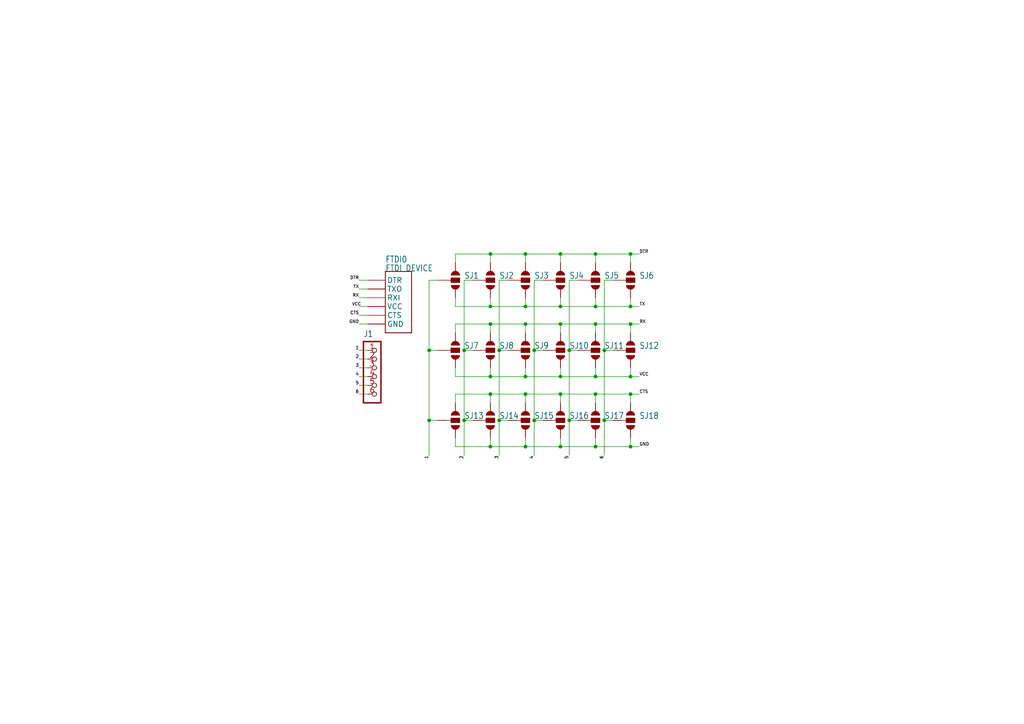
<source format=kicad_sch>
(kicad_sch (version 20250114) (generator "eeschema") (generator_version "9.0")
  (paper "A4")
  (lib_symbols
    (symbol "UART matrix v0.2-eagle-import:CON_HEADER_1X06-PTH"
      (property "Reference" "J" (at -1.27 8.89 0))
      (symbol "CON_HEADER_1X06-PTH_1_0"
        (polyline (pts (xy -1.27 7.62) (xy -1.27 -10.16)) (stroke (width 0.4064)))
        (polyline (pts (xy -1.27 -10.16) (xy 3.81 -10.16)) (stroke (width 0.4064)))
        (polyline (pts (xy 3.81 7.62) (xy -1.27 7.62)) (stroke (width 0.4064)))
        (polyline (pts (xy 3.81 -10.16) (xy 3.81 7.62)) (stroke (width 0.4064)))
        (pin bidirectional inverted (at 0 5.08 0) (length 2.54) (name "1") (number "1"))
        (pin bidirectional inverted (at 0 2.54 0) (length 2.54) (name "2") (number "2"))
        (pin passive inverted (at 0 0 0) (length 2.54) (name "3") (number "3"))
        (pin passive inverted (at 0 -2.54 0) (length 2.54) (name "4") (number "4"))
        (pin passive inverted (at 0 -5.08 0) (length 2.54) (name "5") (number "5"))
        (pin passive inverted (at 0 -7.62 0) (length 2.54) (name "6") (number "6"))
      )
    )
    (symbol "UART matrix v0.2-eagle-import:FTDI_DEVICE"
      (property "Reference" "JP" (at 0 10.16 0))
      (symbol "FTDI_DEVICE_1_0"
        (polyline (pts (xy 0 7.62) (xy 0 -10.16)) (stroke (width 0.254)))
        (polyline (pts (xy 0 -10.16) (xy 7.62 -10.16)) (stroke (width 0.254)))
        (polyline (pts (xy 7.62 7.62) (xy 0 7.62)) (stroke (width 0.254)))
        (polyline (pts (xy 7.62 -10.16) (xy 7.62 7.62)) (stroke (width 0.254)))
        (pin bidirectional line (at -5.08 5.08 0) (length 5.08) (name "DTR") (number "P$1"))
        (pin bidirectional line (at -5.08 2.54 0) (length 5.08) (name "TXO") (number "P$2"))
        (pin bidirectional line (at -5.08 0 0) (length 5.08) (name "RXI") (number "P$3"))
        (pin bidirectional line (at -5.08 -2.54 0) (length 5.08) (name "VCC") (number "P$4"))
        (pin bidirectional line (at -5.08 -5.08 0) (length 5.08) (name "CTS") (number "P$5"))
        (pin bidirectional line (at -5.08 -7.62 0) (length 5.08) (name "GND") (number "P$6"))
      )
    )
    (symbol "UART matrix v0.2-eagle-import:SOLDERJUMPER_2WAYT"
      (property "Reference" "SJ" (at 2.54 0.381 0))
      (symbol "SOLDERJUMPER_2WAYT_1_0"
        (polyline (pts (xy -2.54 0) (xy -1.27 0)) (stroke (width 0.1524)))
        (polyline (pts (xy -1.27 0.635) (xy 1.27 0.635)) (stroke (width 0.1524)))
        (polyline (pts (xy -1.27 0) (xy -1.27 0.635)) (stroke (width 0.1524)))
        (rectangle (start -1.27 -0.635) (end 1.27 0.635) (fill (type outline)))
        (polyline (pts (xy -1.27 -0.635) (xy -1.27 0)) (stroke (width 0.1524)))
        (arc (start -1.27 1.397) (mid 0 2.667) (end 1.27 1.397) (stroke (width 0.0001)) (fill (type outline)))
        (arc (start 1.27 -1.397) (mid 0 -2.667) (end -1.27 -1.397) (stroke (width 0.0001)) (fill (type outline)))
        (polyline (pts (xy 1.27 0.635) (xy 1.27 -0.635)) (stroke (width 0.1524)))
        (polyline (pts (xy 1.27 -0.635) (xy -1.27 -0.635)) (stroke (width 0.1524)))
        (pin passive line (at -5.08 0 0) (length 2.54) (name "2") (number "2"))
        (pin passive line (at 0 5.08 270) (length 2.54) (name "1") (number "1"))
        (pin passive line (at 0 -5.08 90) (length 2.54) (name "3") (number "3"))
      )
    )
  )
  (junction (at 182.88 88.9))
  (junction (at 172.72 129.54))
  (junction (at 142.24 109.22))
  (junction (at 182.88 129.54))
  (junction (at 172.72 88.9))
  (junction (at 172.72 109.22))
  (junction (at 162.56 73.66))
  (junction (at 162.56 114.3))
  (junction (at 144.78 101.6))
  (junction (at 152.4 109.22))
  (junction (at 124.46 121.92))
  (junction (at 152.4 93.98))
  (junction (at 162.56 93.98))
  (junction (at 172.72 114.3))
  (junction (at 154.94 101.6))
  (junction (at 182.88 73.66))
  (junction (at 142.24 88.9))
  (junction (at 152.4 88.9))
  (junction (at 142.24 129.54))
  (junction (at 175.26 101.6))
  (junction (at 124.46 101.6))
  (junction (at 182.88 114.3))
  (junction (at 165.1 101.6))
  (junction (at 165.1 121.92))
  (junction (at 182.88 93.98))
  (junction (at 144.78 121.92))
  (junction (at 162.56 109.22))
  (junction (at 142.24 93.98))
  (junction (at 142.24 114.3))
  (junction (at 162.56 129.54))
  (junction (at 152.4 73.66))
  (junction (at 134.62 121.92))
  (junction (at 162.56 88.9))
  (junction (at 154.94 121.92))
  (junction (at 152.4 129.54))
  (junction (at 134.62 101.6))
  (junction (at 175.26 121.92))
  (junction (at 172.72 73.66))
  (junction (at 182.88 109.22))
  (junction (at 152.4 114.3))
  (junction (at 142.24 73.66))
  (junction (at 172.72 93.98))
  (wire (pts (xy 165.1 81.28) (xy 165.1 101.6)) (stroke (width 0.1524)))
  (wire (pts (xy 147.32 101.6) (xy 144.78 101.6)) (stroke (width 0.1524)))
  (wire (pts (xy 132.08 96.52) (xy 132.08 93.98)) (stroke (width 0.1524)))
  (wire (pts (xy 182.88 76.2) (xy 182.88 73.66)) (stroke (width 0.1524)))
  (wire (pts (xy 162.56 109.22) (xy 172.72 109.22)) (stroke (width 0.1524)))
  (wire (pts (xy 132.08 116.84) (xy 132.08 114.3)) (stroke (width 0.1524)))
  (wire (pts (xy 162.56 106.68) (xy 162.56 109.22)) (stroke (width 0.1524)))
  (wire (pts (xy 137.16 81.28) (xy 134.62 81.28)) (stroke (width 0.1524)))
  (wire (pts (xy 182.88 73.66) (xy 185.42 73.66)) (stroke (width 0.1524)))
  (wire (pts (xy 172.72 96.52) (xy 172.72 93.98)) (stroke (width 0.1524)))
  (wire (pts (xy 106.68 111.76) (xy 104.14 111.76)) (stroke (width 0.1524)))
  (wire (pts (xy 152.4 116.84) (xy 152.4 114.3)) (stroke (width 0.1524)))
  (wire (pts (xy 172.72 88.9) (xy 182.88 88.9)) (stroke (width 0.1524)))
  (wire (pts (xy 152.4 96.52) (xy 152.4 93.98)) (stroke (width 0.1524)))
  (wire (pts (xy 182.88 106.68) (xy 182.88 109.22)) (stroke (width 0.1524)))
  (wire (pts (xy 152.4 86.36) (xy 152.4 88.9)) (stroke (width 0.1524)))
  (wire (pts (xy 175.26 81.28) (xy 175.26 101.6)) (stroke (width 0.1524)))
  (wire (pts (xy 162.56 93.98) (xy 172.72 93.98)) (stroke (width 0.1524)))
  (wire (pts (xy 132.08 114.3) (xy 142.24 114.3)) (stroke (width 0.1524)))
  (wire (pts (xy 104.14 86.36) (xy 106.68 86.36)) (stroke (width 0.1524)))
  (wire (pts (xy 172.72 76.2) (xy 172.72 73.66)) (stroke (width 0.1524)))
  (wire (pts (xy 162.56 127) (xy 162.56 129.54)) (stroke (width 0.1524)))
  (wire (pts (xy 104.14 114.3) (xy 106.68 114.3)) (stroke (width 0.1524)))
  (wire (pts (xy 142.24 93.98) (xy 152.4 93.98)) (stroke (width 0.1524)))
  (wire (pts (xy 182.88 86.36) (xy 182.88 88.9)) (stroke (width 0.1524)))
  (wire (pts (xy 175.26 121.92) (xy 175.26 132.08)) (stroke (width 0.1524)))
  (wire (pts (xy 162.56 86.36) (xy 162.56 88.9)) (stroke (width 0.1524)))
  (wire (pts (xy 172.72 127) (xy 172.72 129.54)) (stroke (width 0.1524)))
  (wire (pts (xy 124.46 121.92) (xy 124.46 132.08)) (stroke (width 0.1524)))
  (wire (pts (xy 142.24 96.52) (xy 142.24 93.98)) (stroke (width 0.1524)))
  (wire (pts (xy 104.14 91.44) (xy 106.68 91.44)) (stroke (width 0.1524)))
  (wire (pts (xy 162.56 96.52) (xy 162.56 93.98)) (stroke (width 0.1524)))
  (wire (pts (xy 152.4 88.9) (xy 162.56 88.9)) (stroke (width 0.1524)))
  (wire (pts (xy 142.24 109.22) (xy 152.4 109.22)) (stroke (width 0.1524)))
  (wire (pts (xy 142.24 129.54) (xy 152.4 129.54)) (stroke (width 0.1524)))
  (wire (pts (xy 182.88 114.3) (xy 185.42 114.3)) (stroke (width 0.1524)))
  (wire (pts (xy 127 81.28) (xy 124.46 81.28)) (stroke (width 0.1524)))
  (wire (pts (xy 132.08 76.2) (xy 132.08 73.66)) (stroke (width 0.1524)))
  (wire (pts (xy 134.62 81.28) (xy 134.62 101.6)) (stroke (width 0.1524)))
  (wire (pts (xy 154.94 101.6) (xy 154.94 121.92)) (stroke (width 0.1524)))
  (wire (pts (xy 152.4 129.54) (xy 162.56 129.54)) (stroke (width 0.1524)))
  (wire (pts (xy 152.4 127) (xy 152.4 129.54)) (stroke (width 0.1524)))
  (wire (pts (xy 172.72 116.84) (xy 172.72 114.3)) (stroke (width 0.1524)))
  (wire (pts (xy 104.14 93.98) (xy 106.68 93.98)) (stroke (width 0.1524)))
  (wire (pts (xy 182.88 127) (xy 182.88 129.54)) (stroke (width 0.1524)))
  (wire (pts (xy 172.72 73.66) (xy 182.88 73.66)) (stroke (width 0.1524)))
  (wire (pts (xy 167.64 101.6) (xy 165.1 101.6)) (stroke (width 0.1524)))
  (wire (pts (xy 142.24 127) (xy 142.24 129.54)) (stroke (width 0.1524)))
  (wire (pts (xy 177.8 81.28) (xy 175.26 81.28)) (stroke (width 0.1524)))
  (wire (pts (xy 182.88 116.84) (xy 182.88 114.3)) (stroke (width 0.1524)))
  (wire (pts (xy 104.14 83.82) (xy 106.68 83.82)) (stroke (width 0.1524)))
  (wire (pts (xy 142.24 114.3) (xy 152.4 114.3)) (stroke (width 0.1524)))
  (wire (pts (xy 182.88 93.98) (xy 185.42 93.98)) (stroke (width 0.1524)))
  (wire (pts (xy 167.64 121.92) (xy 165.1 121.92)) (stroke (width 0.1524)))
  (wire (pts (xy 142.24 76.2) (xy 142.24 73.66)) (stroke (width 0.1524)))
  (wire (pts (xy 165.1 121.92) (xy 165.1 132.08)) (stroke (width 0.1524)))
  (wire (pts (xy 172.72 109.22) (xy 182.88 109.22)) (stroke (width 0.1524)))
  (wire (pts (xy 106.68 101.6) (xy 104.14 101.6)) (stroke (width 0.1524)))
  (wire (pts (xy 142.24 73.66) (xy 152.4 73.66)) (stroke (width 0.1524)))
  (wire (pts (xy 172.72 106.68) (xy 172.72 109.22)) (stroke (width 0.1524)))
  (wire (pts (xy 142.24 116.84) (xy 142.24 114.3)) (stroke (width 0.1524)))
  (wire (pts (xy 106.68 106.68) (xy 104.14 106.68)) (stroke (width 0.1524)))
  (wire (pts (xy 177.8 101.6) (xy 175.26 101.6)) (stroke (width 0.1524)))
  (wire (pts (xy 137.16 101.6) (xy 134.62 101.6)) (stroke (width 0.1524)))
  (wire (pts (xy 182.88 109.22) (xy 185.42 109.22)) (stroke (width 0.1524)))
  (wire (pts (xy 157.48 81.28) (xy 154.94 81.28)) (stroke (width 0.1524)))
  (wire (pts (xy 144.78 121.92) (xy 144.78 132.08)) (stroke (width 0.1524)))
  (wire (pts (xy 124.46 101.6) (xy 124.46 121.92)) (stroke (width 0.1524)))
  (wire (pts (xy 134.62 101.6) (xy 134.62 121.92)) (stroke (width 0.1524)))
  (wire (pts (xy 152.4 114.3) (xy 162.56 114.3)) (stroke (width 0.1524)))
  (wire (pts (xy 157.48 101.6) (xy 154.94 101.6)) (stroke (width 0.1524)))
  (wire (pts (xy 152.4 73.66) (xy 162.56 73.66)) (stroke (width 0.1524)))
  (wire (pts (xy 132.08 88.9) (xy 142.24 88.9)) (stroke (width 0.1524)))
  (wire (pts (xy 127 121.92) (xy 124.46 121.92)) (stroke (width 0.1524)))
  (wire (pts (xy 154.94 81.28) (xy 154.94 101.6)) (stroke (width 0.1524)))
  (wire (pts (xy 127 101.6) (xy 124.46 101.6)) (stroke (width 0.1524)))
  (wire (pts (xy 167.64 81.28) (xy 165.1 81.28)) (stroke (width 0.1524)))
  (wire (pts (xy 137.16 121.92) (xy 134.62 121.92)) (stroke (width 0.1524)))
  (wire (pts (xy 132.08 127) (xy 132.08 129.54)) (stroke (width 0.1524)))
  (wire (pts (xy 172.72 114.3) (xy 182.88 114.3)) (stroke (width 0.1524)))
  (wire (pts (xy 132.08 73.66) (xy 142.24 73.66)) (stroke (width 0.1524)))
  (wire (pts (xy 154.94 132.08) (xy 154.94 121.92)) (stroke (width 0.1524)))
  (wire (pts (xy 162.56 73.66) (xy 172.72 73.66)) (stroke (width 0.1524)))
  (wire (pts (xy 132.08 129.54) (xy 142.24 129.54)) (stroke (width 0.1524)))
  (wire (pts (xy 152.4 106.68) (xy 152.4 109.22)) (stroke (width 0.1524)))
  (wire (pts (xy 182.88 88.9) (xy 185.42 88.9)) (stroke (width 0.1524)))
  (wire (pts (xy 152.4 76.2) (xy 152.4 73.66)) (stroke (width 0.1524)))
  (wire (pts (xy 162.56 129.54) (xy 172.72 129.54)) (stroke (width 0.1524)))
  (wire (pts (xy 142.24 86.36) (xy 142.24 88.9)) (stroke (width 0.1524)))
  (wire (pts (xy 175.26 101.6) (xy 175.26 121.92)) (stroke (width 0.1524)))
  (wire (pts (xy 144.78 101.6) (xy 144.78 121.92)) (stroke (width 0.1524)))
  (wire (pts (xy 104.14 81.28) (xy 106.68 81.28)) (stroke (width 0.1524)))
  (wire (pts (xy 147.32 121.92) (xy 144.78 121.92)) (stroke (width 0.1524)))
  (wire (pts (xy 144.78 81.28) (xy 144.78 101.6)) (stroke (width 0.1524)))
  (wire (pts (xy 182.88 129.54) (xy 185.42 129.54)) (stroke (width 0.1524)))
  (wire (pts (xy 147.32 81.28) (xy 144.78 81.28)) (stroke (width 0.1524)))
  (wire (pts (xy 104.14 88.9) (xy 106.68 88.9)) (stroke (width 0.1524)))
  (wire (pts (xy 104.14 109.22) (xy 106.68 109.22)) (stroke (width 0.1524)))
  (wire (pts (xy 132.08 93.98) (xy 142.24 93.98)) (stroke (width 0.1524)))
  (wire (pts (xy 177.8 121.92) (xy 175.26 121.92)) (stroke (width 0.1524)))
  (wire (pts (xy 157.48 121.92) (xy 154.94 121.92)) (stroke (width 0.1524)))
  (wire (pts (xy 172.72 93.98) (xy 182.88 93.98)) (stroke (width 0.1524)))
  (wire (pts (xy 104.14 104.14) (xy 106.68 104.14)) (stroke (width 0.1524)))
  (wire (pts (xy 142.24 106.68) (xy 142.24 109.22)) (stroke (width 0.1524)))
  (wire (pts (xy 162.56 88.9) (xy 172.72 88.9)) (stroke (width 0.1524)))
  (wire (pts (xy 162.56 76.2) (xy 162.56 73.66)) (stroke (width 0.1524)))
  (wire (pts (xy 162.56 116.84) (xy 162.56 114.3)) (stroke (width 0.1524)))
  (wire (pts (xy 142.24 88.9) (xy 152.4 88.9)) (stroke (width 0.1524)))
  (wire (pts (xy 132.08 86.36) (xy 132.08 88.9)) (stroke (width 0.1524)))
  (wire (pts (xy 172.72 129.54) (xy 182.88 129.54)) (stroke (width 0.1524)))
  (wire (pts (xy 162.56 114.3) (xy 172.72 114.3)) (stroke (width 0.1524)))
  (wire (pts (xy 172.72 86.36) (xy 172.72 88.9)) (stroke (width 0.1524)))
  (wire (pts (xy 132.08 106.68) (xy 132.08 109.22)) (stroke (width 0.1524)))
  (wire (pts (xy 152.4 109.22) (xy 162.56 109.22)) (stroke (width 0.1524)))
  (wire (pts (xy 134.62 121.92) (xy 134.62 132.08)) (stroke (width 0.1524)))
  (wire (pts (xy 165.1 101.6) (xy 165.1 121.92)) (stroke (width 0.1524)))
  (wire (pts (xy 152.4 93.98) (xy 162.56 93.98)) (stroke (width 0.1524)))
  (wire (pts (xy 182.88 96.52) (xy 182.88 93.98)) (stroke (width 0.1524)))
  (wire (pts (xy 124.46 81.28) (xy 124.46 101.6)) (stroke (width 0.1524)))
  (wire (pts (xy 132.08 109.22) (xy 142.24 109.22)) (stroke (width 0.1524)))
  (label "RX" (at 185.42 93.98 0) (effects (font (size 0.889 0.889))))
  (label "GND" (at 185.42 129.54 0) (effects (font (size 0.889 0.889))))
  (label "5" (at 104.14 111.76 180) (effects (font (size 0.889 0.889))))
  (label "TX" (at 185.42 88.9 0) (effects (font (size 0.889 0.889))))
  (label "TX" (at 104.14 83.82 180) (effects (font (size 0.889 0.889))))
  (label "CTS" (at 185.42 114.3 0) (effects (font (size 0.889 0.889))))
  (label "3" (at 104.14 106.68 180) (effects (font (size 0.889 0.889))))
  (label "3" (at 144.78 132.08 270) (effects (font (size 0.889 0.889))))
  (label "VCC" (at 185.42 109.22 0) (effects (font (size 0.889 0.889))))
  (label "6" (at 104.14 114.3 180) (effects (font (size 0.889 0.889))))
  (label "1" (at 124.46 132.08 270) (effects (font (size 0.889 0.889))))
  (label "DTR" (at 185.42 73.66 0) (effects (font (size 0.889 0.889))))
  (label "4" (at 154.94 132.08 270) (effects (font (size 0.889 0.889))))
  (label "5" (at 165.1 132.08 270) (effects (font (size 0.889 0.889))))
  (label "GND" (at 104.14 93.98 180) (effects (font (size 0.889 0.889))))
  (label "4" (at 104.14 109.22 180) (effects (font (size 0.889 0.889))))
  (label "RX" (at 104.14 86.36 180) (effects (font (size 0.889 0.889))))
  (label "VCC" (at 104.775 88.9 180) (effects (font (size 0.889 0.889))))
  (label "DTR" (at 104.14 81.28 180) (effects (font (size 0.889 0.889))))
  (label "CTS" (at 104.14 91.44 180) (effects (font (size 0.889 0.889))))
  (label "6" (at 175.26 132.08 270) (effects (font (size 0.889 0.889))))
  (label "2" (at 134.62 132.08 270) (effects (font (size 0.889 0.889))))
  (label "1" (at 104.14 101.6 180) (effects (font (size 0.889 0.889))))
  (label "2" (at 104.14 104.14 180) (effects (font (size 0.889 0.889))))
  (symbol (lib_id "UART matrix v0.2-eagle-import:SOLDERJUMPER_2WAYT") (at 162.56 121.92 0) (unit 1)
    (property "Reference" "SJ16" (at 165.1 121.539 0) (effects (font (size 1.778 1.5113)) (justify left bottom)))
    (property "Value" "SOLDERJUMPER_2WAYT" (effects (hide yes)))
    (property "Footprint" "UART matrix v0.2:SJ_2" (effects (hide yes)))
  )
  (symbol (lib_id "UART matrix v0.2-eagle-import:SOLDERJUMPER_2WAYT") (at 132.08 101.6 0) (unit 1)
    (property "Reference" "SJ7" (at 134.62 101.219 0) (effects (font (size 1.778 1.5113)) (justify left bottom)))
    (property "Value" "SOLDERJUMPER_2WAYT" (effects (hide yes)))
    (property "Footprint" "UART matrix v0.2:SJ_2" (effects (hide yes)))
  )
  (symbol (lib_id "UART matrix v0.2-eagle-import:SOLDERJUMPER_2WAYT") (at 142.24 101.6 0) (unit 1)
    (property "Reference" "SJ8" (at 144.78 101.219 0) (effects (font (size 1.778 1.5113)) (justify left bottom)))
    (property "Value" "SOLDERJUMPER_2WAYT" (effects (hide yes)))
    (property "Footprint" "UART matrix v0.2:SJ_2" (effects (hide yes)))
  )
  (symbol (lib_id "UART matrix v0.2-eagle-import:SOLDERJUMPER_2WAYT") (at 182.88 101.6 0) (unit 1)
    (property "Reference" "SJ12" (at 185.42 101.219 0) (effects (font (size 1.778 1.5113)) (justify left bottom)))
    (property "Value" "SOLDERJUMPER_2WAYT" (effects (hide yes)))
    (property "Footprint" "UART matrix v0.2:SJ_2" (effects (hide yes)))
  )
  (symbol (lib_id "UART matrix v0.2-eagle-import:SOLDERJUMPER_2WAYT") (at 152.4 81.28 0) (unit 1)
    (property "Reference" "SJ3" (at 154.94 80.899 0) (effects (font (size 1.778 1.5113)) (justify left bottom)))
    (property "Value" "SOLDERJUMPER_2WAYT" (effects (hide yes)))
    (property "Footprint" "UART matrix v0.2:SJ_2" (effects (hide yes)))
  )
  (symbol (lib_id "UART matrix v0.2-eagle-import:SOLDERJUMPER_2WAYT") (at 182.88 81.28 0) (unit 1)
    (property "Reference" "SJ6" (at 185.42 80.899 0) (effects (font (size 1.778 1.5113)) (justify left bottom)))
    (property "Value" "SOLDERJUMPER_2WAYT" (effects (hide yes)))
    (property "Footprint" "UART matrix v0.2:SJ_2" (effects (hide yes)))
  )
  (symbol (lib_id "UART matrix v0.2-eagle-import:CON_HEADER_1X06-PTH") (at 106.68 106.68 0) (unit 1)
    (property "Reference" "J1" (at 105.41 97.79 0) (effects (font (size 1.778 1.5113)) (justify left bottom)))
    (property "Value" "CON_HEADER_1X06-PTH" (effects (hide yes)))
    (property "Footprint" "UART matrix v0.2:M1X6" (effects (hide yes)))
  )
  (symbol (lib_id "UART matrix v0.2-eagle-import:SOLDERJUMPER_2WAYT") (at 132.08 121.92 0) (unit 1)
    (property "Reference" "SJ13" (at 134.62 121.539 0) (effects (font (size 1.778 1.5113)) (justify left bottom)))
    (property "Value" "SOLDERJUMPER_2WAYT" (effects (hide yes)))
    (property "Footprint" "UART matrix v0.2:SJ_2" (effects (hide yes)))
  )
  (symbol (lib_id "UART matrix v0.2-eagle-import:SOLDERJUMPER_2WAYT") (at 172.72 81.28 0) (unit 1)
    (property "Reference" "SJ5" (at 175.26 80.899 0) (effects (font (size 1.778 1.5113)) (justify left bottom)))
    (property "Value" "SOLDERJUMPER_2WAYT" (effects (hide yes)))
    (property "Footprint" "UART matrix v0.2:SJ_2" (effects (hide yes)))
  )
  (symbol (lib_id "UART matrix v0.2-eagle-import:SOLDERJUMPER_2WAYT") (at 152.4 101.6 0) (unit 1)
    (property "Reference" "SJ9" (at 154.94 101.219 0) (effects (font (size 1.778 1.5113)) (justify left bottom)))
    (property "Value" "SOLDERJUMPER_2WAYT" (effects (hide yes)))
    (property "Footprint" "UART matrix v0.2:SJ_2" (effects (hide yes)))
  )
  (symbol (lib_id "UART matrix v0.2-eagle-import:SOLDERJUMPER_2WAYT") (at 142.24 81.28 0) (unit 1)
    (property "Reference" "SJ2" (at 144.78 80.899 0) (effects (font (size 1.778 1.5113)) (justify left bottom)))
    (property "Value" "SOLDERJUMPER_2WAYT" (effects (hide yes)))
    (property "Footprint" "UART matrix v0.2:SJ_2" (effects (hide yes)))
  )
  (symbol (lib_id "UART matrix v0.2-eagle-import:SOLDERJUMPER_2WAYT") (at 182.88 121.92 0) (unit 1)
    (property "Reference" "SJ18" (at 185.42 121.539 0) (effects (font (size 1.778 1.5113)) (justify left bottom)))
    (property "Value" "SOLDERJUMPER_2WAYT" (effects (hide yes)))
    (property "Footprint" "UART matrix v0.2:SJ_2" (effects (hide yes)))
  )
  (symbol (lib_id "UART matrix v0.2-eagle-import:SOLDERJUMPER_2WAYT") (at 162.56 101.6 0) (unit 1)
    (property "Reference" "SJ10" (at 165.1 101.219 0) (effects (font (size 1.778 1.5113)) (justify left bottom)))
    (property "Value" "SOLDERJUMPER_2WAYT" (effects (hide yes)))
    (property "Footprint" "UART matrix v0.2:SJ_2" (effects (hide yes)))
  )
  (symbol (lib_id "UART matrix v0.2-eagle-import:SOLDERJUMPER_2WAYT") (at 162.56 81.28 0) (unit 1)
    (property "Reference" "SJ4" (at 165.1 80.899 0) (effects (font (size 1.778 1.5113)) (justify left bottom)))
    (property "Value" "SOLDERJUMPER_2WAYT" (effects (hide yes)))
    (property "Footprint" "UART matrix v0.2:SJ_2" (effects (hide yes)))
  )
  (symbol (lib_id "UART matrix v0.2-eagle-import:SOLDERJUMPER_2WAYT") (at 172.72 101.6 0) (unit 1)
    (property "Reference" "SJ11" (at 175.26 101.219 0) (effects (font (size 1.778 1.5113)) (justify left bottom)))
    (property "Value" "SOLDERJUMPER_2WAYT" (effects (hide yes)))
    (property "Footprint" "UART matrix v0.2:SJ_2" (effects (hide yes)))
  )
  (symbol (lib_id "UART matrix v0.2-eagle-import:SOLDERJUMPER_2WAYT") (at 172.72 121.92 0) (unit 1)
    (property "Reference" "SJ17" (at 175.26 121.539 0) (effects (font (size 1.778 1.5113)) (justify left bottom)))
    (property "Value" "SOLDERJUMPER_2WAYT" (effects (hide yes)))
    (property "Footprint" "UART matrix v0.2:SJ_2" (effects (hide yes)))
  )
  (symbol (lib_id "UART matrix v0.2-eagle-import:SOLDERJUMPER_2WAYT") (at 132.08 81.28 0) (unit 1)
    (property "Reference" "SJ1" (at 134.62 80.899 0) (effects (font (size 1.778 1.5113)) (justify left bottom)))
    (property "Value" "SOLDERJUMPER_2WAYT" (effects (hide yes)))
    (property "Footprint" "UART matrix v0.2:SJ_2" (effects (hide yes)))
  )
  (symbol (lib_id "UART matrix v0.2-eagle-import:SOLDERJUMPER_2WAYT") (at 142.24 121.92 0) (unit 1)
    (property "Reference" "SJ14" (at 144.78 121.539 0) (effects (font (size 1.778 1.5113)) (justify left bottom)))
    (property "Value" "SOLDERJUMPER_2WAYT" (effects (hide yes)))
    (property "Footprint" "UART matrix v0.2:SJ_2" (effects (hide yes)))
  )
  (symbol (lib_id "UART matrix v0.2-eagle-import:FTDI_DEVICE") (at 111.76 86.36 0) (unit 1)
    (property "Reference" "FTDI0" (at 111.76 76.2 0) (effects (font (size 1.778 1.5113)) (justify left bottom)))
    (property "Value" "FTDI_DEVICE" (at 111.76 78.74 0) (effects (font (size 1.778 1.5113)) (justify left bottom)))
    (property "Footprint" "UART matrix v0.2:FTDI_DEVICE_SIDE" (effects (hide yes)))
  )
  (symbol (lib_id "UART matrix v0.2-eagle-import:SOLDERJUMPER_2WAYT") (at 152.4 121.92 0) (unit 1)
    (property "Reference" "SJ15" (at 154.94 121.539 0) (effects (font (size 1.778 1.5113)) (justify left bottom)))
    (property "Value" "SOLDERJUMPER_2WAYT" (effects (hide yes)))
    (property "Footprint" "UART matrix v0.2:SJ_2" (effects (hide yes)))
  )
)
</source>
